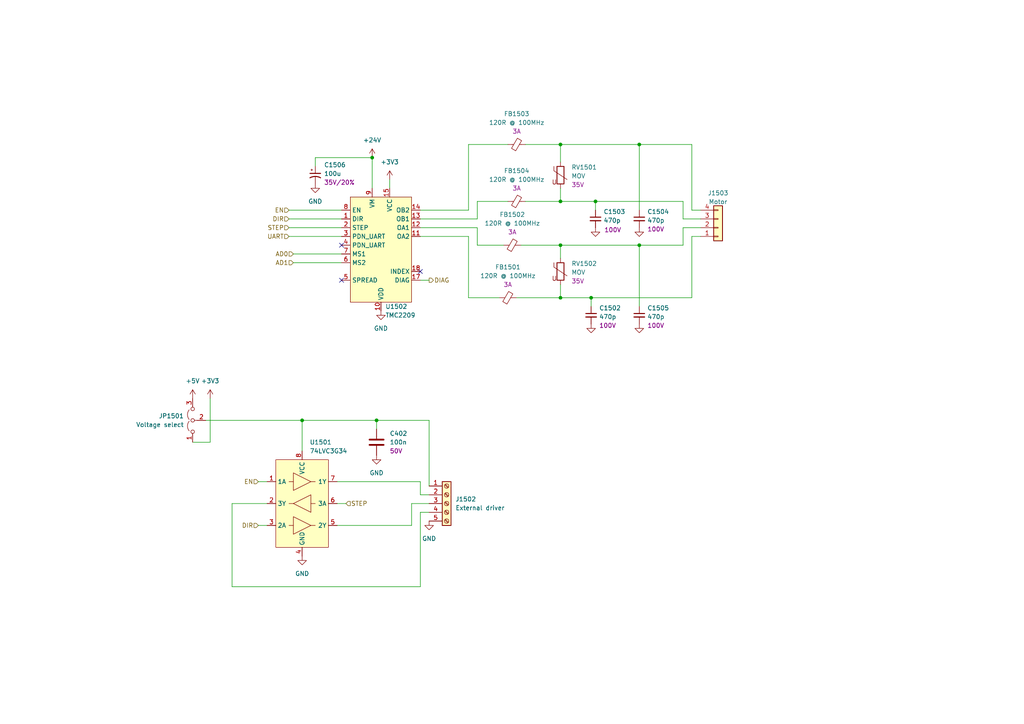
<source format=kicad_sch>
(kicad_sch (version 20230121) (generator eeschema)
  (paper "A4")
  (lib_symbols
    (symbol "Connector:Screw_Terminal_01x05" (pin_names (offset 1.016) hide)
      (property "Reference" "J" (at 0 7.62 0))
      (property "Value" "Screw_Terminal_01x05" (at 0 -7.62 0))
      (symbol "Screw_Terminal_01x05_1_1"
        (rectangle (start -1.27 6.35) (end 1.27 -6.35) (stroke (width 0.254)) (fill (type background)))
        (circle (center 0 -5.08) (radius 0.635) (stroke (width 0.1524)))
        (circle (center 0 -2.54) (radius 0.635) (stroke (width 0.1524)))
        (polyline (pts (xy -0.5334 -4.7498) (xy 0.3302 -5.588)) (stroke (width 0.1524)))
        (polyline (pts (xy -0.5334 -2.2098) (xy 0.3302 -3.048)) (stroke (width 0.1524)))
        (polyline (pts (xy -0.5334 0.3302) (xy 0.3302 -0.508)) (stroke (width 0.1524)))
        (polyline (pts (xy -0.5334 2.8702) (xy 0.3302 2.032)) (stroke (width 0.1524)))
        (polyline (pts (xy -0.5334 5.4102) (xy 0.3302 4.572)) (stroke (width 0.1524)))
        (polyline (pts (xy -0.3556 -4.572) (xy 0.508 -5.4102)) (stroke (width 0.1524)))
        (polyline (pts (xy -0.3556 -2.032) (xy 0.508 -2.8702)) (stroke (width 0.1524)))
        (polyline (pts (xy -0.3556 0.508) (xy 0.508 -0.3302)) (stroke (width 0.1524)))
        (polyline (pts (xy -0.3556 3.048) (xy 0.508 2.2098)) (stroke (width 0.1524)))
        (polyline (pts (xy -0.3556 5.588) (xy 0.508 4.7498)) (stroke (width 0.1524)))
        (circle (center 0 0) (radius 0.635) (stroke (width 0.1524)))
        (circle (center 0 2.54) (radius 0.635) (stroke (width 0.1524)))
        (circle (center 0 5.08) (radius 0.635) (stroke (width 0.1524)))
        (pin passive line (at -5.08 5.08 0) (length 3.81) (name "Pin_1") (number "1"))
        (pin passive line (at -5.08 2.54 0) (length 3.81) (name "Pin_2") (number "2"))
        (pin passive line (at -5.08 0 0) (length 3.81) (name "Pin_3") (number "3"))
        (pin passive line (at -5.08 -2.54 0) (length 3.81) (name "Pin_4") (number "4"))
        (pin passive line (at -5.08 -5.08 0) (length 3.81) (name "Pin_5") (number "5"))
      )
    )
    (symbol "Connector_Generic:Conn_01x04" (pin_names (offset 1.016) hide)
      (property "Reference" "J" (at 0 5.08 0))
      (property "Value" "Conn_01x04" (at 0 -7.62 0))
      (symbol "Conn_01x04_1_1"
        (rectangle (start -1.27 -4.953) (end 0 -5.207) (stroke (width 0.1524)))
        (rectangle (start -1.27 -2.413) (end 0 -2.667) (stroke (width 0.1524)))
        (rectangle (start -1.27 0.127) (end 0 -0.127) (stroke (width 0.1524)))
        (rectangle (start -1.27 2.667) (end 0 2.413) (stroke (width 0.1524)))
        (rectangle (start -1.27 3.81) (end 1.27 -6.35) (stroke (width 0.254)) (fill (type background)))
        (pin passive line (at -5.08 2.54 0) (length 3.81) (name "Pin_1") (number "1"))
        (pin passive line (at -5.08 0 0) (length 3.81) (name "Pin_2") (number "2"))
        (pin passive line (at -5.08 -2.54 0) (length 3.81) (name "Pin_3") (number "3"))
        (pin passive line (at -5.08 -5.08 0) (length 3.81) (name "Pin_4") (number "4"))
      )
    )
    (symbol "Device:C" (pin_numbers hide) (pin_names (offset 0.254))
      (property "Reference" "C" (at 0.635 2.54 0))
      (property "Value" "C" (at 0.635 -2.54 0))
      (symbol "C_0_1"
        (polyline (pts (xy -2.032 -0.762) (xy 2.032 -0.762)) (stroke (width 0.508)))
        (polyline (pts (xy -2.032 0.762) (xy 2.032 0.762)) (stroke (width 0.508)))
      )
      (symbol "C_1_1"
        (pin passive line (at 0 3.81 270) (length 2.794) (name "~") (number "1"))
        (pin passive line (at 0 -3.81 90) (length 2.794) (name "~") (number "2"))
      )
    )
    (symbol "Device:C_Polarized_Small_US" (pin_numbers hide) (pin_names (offset 0.254) hide)
      (property "Reference" "C" (at 0.254 1.778 0))
      (property "Value" "C_Polarized_Small_US" (at 0.254 -2.032 0))
      (symbol "C_Polarized_Small_US_0_1"
        (polyline (pts (xy -1.524 0.508) (xy 1.524 0.508)) (stroke (width 0.3048)))
        (polyline (pts (xy -1.27 1.524) (xy -0.762 1.524)))
        (polyline (pts (xy -1.016 1.27) (xy -1.016 1.778)))
        (arc (start 1.524 -0.762) (mid 0 -0.3734) (end -1.524 -0.762) (stroke (width 0.3048)))
      )
      (symbol "C_Polarized_Small_US_1_1"
        (pin passive line (at 0 2.54 270) (length 2.032) (name "~") (number "1"))
        (pin passive line (at 0 -2.54 90) (length 2.032) (name "~") (number "2"))
      )
    )
    (symbol "Device:C_Small" (pin_numbers hide) (pin_names (offset 0.254) hide)
      (property "Reference" "C" (at 0.254 1.778 0))
      (property "Value" "C_Small" (at 0.254 -2.032 0))
      (symbol "C_Small_0_1"
        (polyline (pts (xy -1.524 -0.508) (xy 1.524 -0.508)) (stroke (width 0.3302)))
        (polyline (pts (xy -1.524 0.508) (xy 1.524 0.508)) (stroke (width 0.3048)))
      )
      (symbol "C_Small_1_1"
        (pin passive line (at 0 2.54 270) (length 2.032) (name "~") (number "1"))
        (pin passive line (at 0 -2.54 90) (length 2.032) (name "~") (number "2"))
      )
    )
    (symbol "Device:FerriteBead_Small" (pin_numbers hide) (pin_names (offset 0))
      (property "Reference" "FB" (at 1.905 1.27 0))
      (property "Value" "FerriteBead_Small" (at 1.905 -1.27 0))
      (symbol "FerriteBead_Small_0_1"
        (polyline (pts (xy 0 -1.27) (xy 0 -0.7874)))
        (polyline (pts (xy 0 0.889) (xy 0 1.2954)))
        (polyline (pts (xy -1.8288 0.2794) (xy -1.1176 1.4986) (xy 1.8288 -0.2032) (xy 1.1176 -1.4224) (xy -1.8288 0.2794)))
      )
      (symbol "FerriteBead_Small_1_1"
        (pin passive line (at 0 2.54 270) (length 1.27) (name "~") (number "1"))
        (pin passive line (at 0 -2.54 90) (length 1.27) (name "~") (number "2"))
      )
    )
    (symbol "Device:Varistor" (pin_numbers hide) (pin_names (offset 0))
      (property "Reference" "RV" (at 3.175 0 90))
      (property "Value" "Varistor" (at -3.175 0 90))
      (symbol "Varistor_0_0"
        (text "U" (at -1.778 -2.032 0) (effects (font (size 1.27 1.27))))
      )
      (symbol "Varistor_0_1"
        (rectangle (start -1.016 -2.54) (end 1.016 2.54) (stroke (width 0.254)))
        (polyline (pts (xy -1.905 2.54) (xy -1.905 1.27) (xy 1.905 -1.27)))
      )
      (symbol "Varistor_1_1"
        (pin passive line (at 0 3.81 270) (length 1.27) (name "~") (number "1"))
        (pin passive line (at 0 -3.81 90) (length 1.27) (name "~") (number "2"))
      )
    )
    (symbol "Droid:74LVC3G34"
      (property "Reference" "U" (at 2.54 -13.97 0))
      (property "Value" "74LVC3G34" (at 2.54 -16.51 0))
      (symbol "74LVC3G34_0_0"
        (pin input line (at -10.16 6.35 0) (length 2.54) (name "1A") (number "1"))
        (pin input line (at -10.16 -6.35 0) (length 2.54) (name "2A") (number "3"))
      )
      (symbol "74LVC3G34_0_1"
        (rectangle (start -7.62 12.7) (end 7.62 -12.7) (fill (type background)))
        (polyline (pts (xy -2.54 -6.35) (xy -3.81 -6.35)))
        (polyline (pts (xy -2.54 0) (xy -3.81 0)))
        (polyline (pts (xy -2.54 6.35) (xy -3.81 6.35)))
        (polyline (pts (xy 2.54 -6.35) (xy 3.81 -6.35)))
        (polyline (pts (xy 2.54 0) (xy 3.81 0)))
        (polyline (pts (xy 2.54 6.35) (xy 3.81 6.35)))
        (polyline (pts (xy -2.54 -7.62) (xy -2.54 -3.81) (xy 2.54 -6.35) (xy -2.54 -8.89) (xy -2.54 -7.62)))
        (polyline (pts (xy -2.54 5.08) (xy -2.54 8.89) (xy 2.54 6.35) (xy -2.54 3.81) (xy -2.54 5.08)))
        (polyline (pts (xy 2.54 1.27) (xy 2.54 -2.54) (xy -2.54 0) (xy 2.54 2.54) (xy 2.54 1.27)))
      )
      (symbol "74LVC3G34_1_0"
        (pin output line (at -10.16 0 0) (length 2.54) (name "3Y") (number "2"))
        (pin power_in line (at 0 -15.24 90) (length 2.54) (name "GND") (number "4"))
        (pin output line (at 10.16 -6.35 180) (length 2.54) (name "2Y") (number "5"))
        (pin input line (at 10.16 0 180) (length 2.54) (name "3A") (number "6"))
        (pin output line (at 10.16 6.35 180) (length 2.54) (name "1Y") (number "7"))
        (pin power_in line (at 0 15.24 270) (length 2.54) (name "VCC") (number "8"))
      )
    )
    (symbol "Droid:TMC2209_Breakout"
      (property "Reference" "U" (at 1.27 -16.51 0))
      (property "Value" "TMC2209" (at 1.27 -19.05 0))
      (symbol "TMC2209_Breakout_1_1"
        (rectangle (start -8.89 15.24) (end 8.89 -15.24) (fill (type background)))
        (pin input line (at -11.43 8.89 0) (length 2.54) (name "DIR") (number "1"))
        (pin power_in line (at 0 -17.78 90) (length 2.54) (name "VDD") (number "10"))
        (pin output line (at 11.43 3.81 180) (length 2.54) (name "OA2") (number "11"))
        (pin output line (at 11.43 6.35 180) (length 2.54) (name "OA1") (number "12"))
        (pin output line (at 11.43 8.89 180) (length 2.54) (name "OB1") (number "13"))
        (pin output line (at 11.43 11.43 180) (length 2.54) (name "OB2") (number "14"))
        (pin power_in line (at 2.54 17.78 270) (length 2.54) (name "VCC") (number "15"))
        (pin power_in line (at 0 -17.78 90) (length 2.54) hide (name "VDD") (number "16"))
        (pin output line (at 11.43 -8.89 180) (length 2.54) (name "DIAG") (number "17"))
        (pin output line (at 11.43 -6.35 180) (length 2.54) (name "INDEX") (number "18"))
        (pin input line (at -11.43 6.35 0) (length 2.54) (name "STEP") (number "2"))
        (pin input line (at -11.43 3.81 0) (length 2.54) (name "PDN_UART") (number "3"))
        (pin input line (at -11.43 1.27 0) (length 2.54) (name "PDN_UART") (number "4"))
        (pin input line (at -11.43 -8.89 0) (length 2.54) (name "SPREAD") (number "5"))
        (pin input line (at -11.43 -3.81 0) (length 2.54) (name "MS2") (number "6"))
        (pin input line (at -11.43 -1.27 0) (length 2.54) (name "MS1") (number "7"))
        (pin input line (at -11.43 11.43 0) (length 2.54) (name "EN") (number "8"))
        (pin power_in line (at -2.54 17.78 270) (length 2.54) (name "VM") (number "9"))
      )
    )
    (symbol "Jumper:Jumper_3_Open" (pin_names (offset 0) hide)
      (property "Reference" "JP" (at -2.54 -2.54 0))
      (property "Value" "Jumper_3_Open" (at 0 2.794 0))
      (symbol "Jumper_3_Open_0_0"
        (circle (center -3.302 0) (radius 0.508))
        (circle (center 0 0) (radius 0.508))
        (circle (center 3.302 0) (radius 0.508))
      )
      (symbol "Jumper_3_Open_0_1"
        (arc (start -0.254 1.016) (mid -1.651 1.4992) (end -3.048 1.016))
        (polyline (pts (xy 0 -0.508) (xy 0 -1.27)))
        (arc (start 3.048 1.016) (mid 1.651 1.4992) (end 0.254 1.016))
      )
      (symbol "Jumper_3_Open_1_1"
        (pin passive line (at -6.35 0 0) (length 2.54) (name "A") (number "1"))
        (pin passive line (at 0 -3.81 90) (length 2.54) (name "C") (number "2"))
        (pin passive line (at 6.35 0 180) (length 2.54) (name "B") (number "3"))
      )
    )
    (symbol "power:+24V" (power) (pin_names (offset 0))
      (property "Value" "+24V" (at 0 3.556 0))
      (symbol "+24V_0_1"
        (polyline (pts (xy -0.762 1.27) (xy 0 2.54)))
        (polyline (pts (xy 0 0) (xy 0 2.54)))
        (polyline (pts (xy 0 2.54) (xy 0.762 1.27)))
      )
      (symbol "+24V_1_1"
        (pin power_in line (at 0 0 90) (length 0) hide (name "+24V") (number "1"))
      )
    )
    (symbol "power:+3V3" (power) (pin_names (offset 0))
      (property "Value" "+3V3" (at 0 3.556 0))
      (symbol "+3V3_0_1"
        (polyline (pts (xy -0.762 1.27) (xy 0 2.54)))
        (polyline (pts (xy 0 0) (xy 0 2.54)))
        (polyline (pts (xy 0 2.54) (xy 0.762 1.27)))
      )
      (symbol "+3V3_1_1"
        (pin power_in line (at 0 0 90) (length 0) hide (name "+3V3") (number "1"))
      )
    )
    (symbol "power:+5V" (power) (pin_names (offset 0))
      (property "Value" "+5V" (at 0 3.556 0))
      (symbol "+5V_0_1"
        (polyline (pts (xy -0.762 1.27) (xy 0 2.54)))
        (polyline (pts (xy 0 0) (xy 0 2.54)))
        (polyline (pts (xy 0 2.54) (xy 0.762 1.27)))
      )
      (symbol "+5V_1_1"
        (pin power_in line (at 0 0 90) (length 0) hide (name "+5V") (number "1"))
      )
    )
    (symbol "power:GND" (power) (pin_names (offset 0))
      (property "Value" "GND" (at 0 -3.81 0))
      (symbol "GND_0_1"
        (polyline (pts (xy 0 0) (xy 0 -1.27) (xy 1.27 -1.27) (xy 0 -2.54) (xy -1.27 -1.27) (xy 0 -1.27)))
      )
      (symbol "GND_1_1"
        (pin power_in line (at 0 0 270) (length 0) hide (name "GND") (number "1"))
      )
    )
  )
  (junction (at 172.72 58.42))
  (junction (at 162.56 71.12))
  (junction (at 87.63 121.92))
  (junction (at 171.45 86.36))
  (junction (at 162.56 58.42))
  (junction (at 162.56 41.91))
  (junction (at 107.95 45.72))
  (junction (at 185.42 41.91))
  (junction (at 185.42 71.12))
  (junction (at 109.22 121.92))
  (junction (at 162.56 86.36))
  (no_connect (at 121.92 78.74))
  (no_connect (at 99.06 71.12))
  (no_connect (at 99.06 81.28))
  (wire (pts (xy 121.92 139.7) (xy 121.92 143.51)))
  (wire (pts (xy 162.56 58.42) (xy 172.72 58.42)))
  (wire (pts (xy 67.31 170.18) (xy 121.92 170.18)))
  (wire (pts (xy 200.66 86.36) (xy 171.45 86.36)))
  (wire (pts (xy 203.2 68.58) (xy 200.66 68.58)))
  (wire (pts (xy 171.45 86.36) (xy 171.45 88.9)))
  (wire (pts (xy 124.46 140.97) (xy 124.46 121.92)))
  (wire (pts (xy 162.56 82.55) (xy 162.56 86.36)))
  (wire (pts (xy 135.89 60.96) (xy 135.89 41.91)))
  (wire (pts (xy 91.44 48.26) (xy 91.44 45.72)))
  (wire (pts (xy 138.43 63.5) (xy 138.43 58.42)))
  (wire (pts (xy 121.92 170.18) (xy 121.92 148.59)))
  (wire (pts (xy 83.82 66.04) (xy 99.06 66.04)))
  (wire (pts (xy 162.56 41.91) (xy 185.42 41.91)))
  (wire (pts (xy 55.88 128.27) (xy 60.96 128.27)))
  (wire (pts (xy 162.56 86.36) (xy 171.45 86.36)))
  (wire (pts (xy 203.2 60.96) (xy 200.66 60.96)))
  (wire (pts (xy 198.12 66.04) (xy 203.2 66.04)))
  (wire (pts (xy 83.82 68.58) (xy 99.06 68.58)))
  (wire (pts (xy 60.96 128.27) (xy 60.96 115.57)))
  (wire (pts (xy 97.79 146.05) (xy 100.33 146.05)))
  (wire (pts (xy 121.92 68.58) (xy 135.89 68.58)))
  (wire (pts (xy 109.22 121.92) (xy 87.63 121.92)))
  (wire (pts (xy 97.79 152.4) (xy 119.38 152.4)))
  (wire (pts (xy 200.66 60.96) (xy 200.66 41.91)))
  (wire (pts (xy 162.56 71.12) (xy 162.56 74.93)))
  (wire (pts (xy 119.38 152.4) (xy 119.38 146.05)))
  (wire (pts (xy 147.32 58.42) (xy 138.43 58.42)))
  (wire (pts (xy 83.82 63.5) (xy 99.06 63.5)))
  (wire (pts (xy 109.22 124.46) (xy 109.22 121.92)))
  (wire (pts (xy 200.66 68.58) (xy 200.66 86.36)))
  (wire (pts (xy 185.42 41.91) (xy 185.42 60.96)))
  (wire (pts (xy 124.46 121.92) (xy 109.22 121.92)))
  (wire (pts (xy 162.56 54.61) (xy 162.56 58.42)))
  (wire (pts (xy 198.12 63.5) (xy 203.2 63.5)))
  (wire (pts (xy 85.09 73.66) (xy 99.06 73.66)))
  (wire (pts (xy 198.12 71.12) (xy 198.12 66.04)))
  (wire (pts (xy 59.69 121.92) (xy 87.63 121.92)))
  (wire (pts (xy 185.42 71.12) (xy 185.42 88.9)))
  (wire (pts (xy 119.38 146.05) (xy 124.46 146.05)))
  (wire (pts (xy 185.42 41.91) (xy 200.66 41.91)))
  (wire (pts (xy 198.12 58.42) (xy 198.12 63.5)))
  (wire (pts (xy 162.56 41.91) (xy 162.56 46.99)))
  (wire (pts (xy 121.92 60.96) (xy 135.89 60.96)))
  (wire (pts (xy 152.4 58.42) (xy 162.56 58.42)))
  (wire (pts (xy 138.43 66.04) (xy 138.43 71.12)))
  (wire (pts (xy 149.86 86.36) (xy 162.56 86.36)))
  (wire (pts (xy 152.4 41.91) (xy 162.56 41.91)))
  (wire (pts (xy 135.89 41.91) (xy 147.32 41.91)))
  (wire (pts (xy 172.72 58.42) (xy 172.72 60.96)))
  (wire (pts (xy 85.09 76.2) (xy 99.06 76.2)))
  (wire (pts (xy 121.92 66.04) (xy 138.43 66.04)))
  (wire (pts (xy 172.72 58.42) (xy 198.12 58.42)))
  (wire (pts (xy 121.92 81.28) (xy 124.46 81.28)))
  (wire (pts (xy 87.63 121.92) (xy 87.63 130.81)))
  (wire (pts (xy 121.92 143.51) (xy 124.46 143.51)))
  (wire (pts (xy 77.47 146.05) (xy 67.31 146.05)))
  (wire (pts (xy 107.95 45.72) (xy 107.95 54.61)))
  (wire (pts (xy 135.89 86.36) (xy 144.78 86.36)))
  (wire (pts (xy 97.79 139.7) (xy 121.92 139.7)))
  (wire (pts (xy 83.82 60.96) (xy 99.06 60.96)))
  (wire (pts (xy 151.13 71.12) (xy 162.56 71.12)))
  (wire (pts (xy 135.89 68.58) (xy 135.89 86.36)))
  (wire (pts (xy 113.03 52.07) (xy 113.03 54.61)))
  (wire (pts (xy 185.42 71.12) (xy 198.12 71.12)))
  (wire (pts (xy 121.92 63.5) (xy 138.43 63.5)))
  (wire (pts (xy 121.92 148.59) (xy 124.46 148.59)))
  (wire (pts (xy 67.31 146.05) (xy 67.31 170.18)))
  (wire (pts (xy 91.44 45.72) (xy 107.95 45.72)))
  (wire (pts (xy 74.93 139.7) (xy 77.47 139.7)))
  (wire (pts (xy 146.05 71.12) (xy 138.43 71.12)))
  (wire (pts (xy 162.56 71.12) (xy 185.42 71.12)))
  (wire (pts (xy 74.93 152.4) (xy 77.47 152.4)))
  (hierarchical_label "EN" (shape input) (at 83.82 60.96 180))
  (hierarchical_label "STEP" (shape input) (at 83.82 66.04 180))
  (hierarchical_label "EN" (shape input) (at 74.93 139.7 180))
  (hierarchical_label "DIR" (shape input) (at 74.93 152.4 180))
  (hierarchical_label "AD0" (shape input) (at 85.09 73.66 180))
  (hierarchical_label "UART" (shape input) (at 83.82 68.58 180))
  (hierarchical_label "DIAG" (shape output) (at 124.46 81.28 0))
  (hierarchical_label "STEP" (shape input) (at 100.33 146.05 0))
  (hierarchical_label "DIR" (shape input) (at 83.82 63.5 180))
  (hierarchical_label "AD1" (shape input) (at 85.09 76.2 180))
  (symbol (lib_id "Device:FerriteBead_Small") (at 148.59 71.12 90) (unit 1)
    (property "Reference" "FB1502" (at 148.59 62.23 90))
    (property "Value" "120R @ 100MHz" (at 148.59 64.77 90))
    (property "Footprint" "Droid:L_0603_HandSolder" (effects hide))
    (property "Datasheet" "https://www.murata.com/products/productdata/8796738650142/ENFA0003.pdf" (effects hide))
    (property "Rating" "3A" (at 148.59 67.31 90))
    (property "mpn" "BLM18KG121TN1D" (effects hide))
    (instances (project "movertron" (path "" (reference "FB1502") (unit 1)) (path "" (reference "FB1602") (unit 1)) (path "" (reference "FB1702") (unit 1))) (project "starfish" (path "" (reference "FB1403") (unit 1)) (path "" (reference "FB1503") (unit 1)) (path "" (reference "FB1603") (unit 1))))
  )
  (symbol (lib_id "power:GND") (at 172.72 66.04 0) (unit 1)
    (property "Reference" "#PWR01510" (effects hide))
    (property "Value" "GND" (effects hide))
    (instances (project "movertron" (path "" (reference "#PWR01510") (unit 1)) (path "" (reference "#PWR01610") (unit 1)) (path "" (reference "#PWR01710") (unit 1))) (project "starfish" (path "" (reference "#PWR01406") (unit 1)) (path "" (reference "#PWR01506") (unit 1)) (path "" (reference "#PWR01606") (unit 1))))
  )
  (symbol (lib_id "power:GND") (at 124.46 151.13 0) (unit 1)
    (property "Reference" "#PWR01508" (effects hide))
    (property "Value" "GND" (at 124.46 156.21 0))
    (instances (project "movertron" (path "" (reference "#PWR01508") (unit 1)) (path "" (reference "#PWR01608") (unit 1)) (path "" (reference "#PWR01708") (unit 1))))
  )
  (symbol (lib_id "Connector_Generic:Conn_01x04") (at 208.28 66.04 0) (mirror x) (unit 1)
    (property "Reference" "J1503" (at 208.28 55.9902 0))
    (property "Value" "Motor" (at 208.28 58.5271 0))
    (property "Footprint" "Droid:JST_XH_B4B-XH-AM_1x04_P2.50mm_Vertical" (effects hide))
    (property "mpn" "B4B-XH-AM" (effects hide))
    (instances (project "movertron" (path "" (reference "J1503") (unit 1)) (path "" (reference "J1603") (unit 1)) (path "" (reference "J1703") (unit 1))) (project "starfish" (path "" (reference "J1401") (unit 1)) (path "" (reference "J1501") (unit 1)) (path "" (reference "J1601") (unit 1))))
  )
  (symbol (lib_id "power:GND") (at 110.49 90.17 0) (unit 1)
    (property "Reference" "#PWR01506" (effects hide))
    (property "Value" "GND" (at 110.49 95.25 0))
    (instances (project "movertron" (path "" (reference "#PWR01506") (unit 1)) (path "" (reference "#PWR01606") (unit 1)) (path "" (reference "#PWR01706") (unit 1))))
  )
  (symbol (lib_id "Device:FerriteBead_Small") (at 147.32 86.36 90) (unit 1)
    (property "Reference" "FB1501" (at 147.32 77.47 90))
    (property "Value" "120R @ 100MHz" (at 147.32 80.01 90))
    (property "Footprint" "Droid:L_0603_HandSolder" (effects hide))
    (property "Datasheet" "https://www.murata.com/products/productdata/8796738650142/ENFA0003.pdf" (effects hide))
    (property "Rating" "3A" (at 147.2819 82.55 90))
    (property "mpn" "BLM18KG121TN1D" (effects hide))
    (instances (project "movertron" (path "" (reference "FB1501") (unit 1)) (path "" (reference "FB1601") (unit 1)) (path "" (reference "FB1701") (unit 1))) (project "starfish" (path "" (reference "FB1404") (unit 1)) (path "" (reference "FB1504") (unit 1)) (path "" (reference "FB1604") (unit 1))))
  )
  (symbol (lib_id "Device:C_Small") (at 185.42 63.5 0) (unit 1)
    (property "Reference" "C1504" (at 187.7441 61.4032 0) (effects (justify left)))
    (property "Value" "470p" (at 187.7441 63.9401 0) (effects (justify left)))
    (property "Footprint" "Droid:C_0603_HandSolder" (effects hide))
    (property "Rating" "100V" (at 187.7441 66.477 0) (effects (justify left)))
    (property "mpn" "885342006005" (effects hide))
    (instances (project "movertron" (path "" (reference "C1504") (unit 1)) (path "" (reference "C1604") (unit 1)) (path "" (reference "C1704") (unit 1))) (project "starfish" (path "" (reference "C1409") (unit 1)) (path "" (reference "C1509") (unit 1)) (path "" (reference "C1609") (unit 1))))
  )
  (symbol (lib_id "power:+3V3") (at 113.03 52.07 0) (unit 1)
    (property "Reference" "#PWR01507" (effects hide))
    (property "Value" "+3V3" (at 113.03 46.99 0))
    (instances (project "movertron" (path "" (reference "#PWR01507") (unit 1)) (path "" (reference "#PWR01607") (unit 1)) (path "" (reference "#PWR01707") (unit 1))))
  )
  (symbol (lib_id "Device:FerriteBead_Small") (at 149.86 58.42 90) (unit 1)
    (property "Reference" "FB1504" (at 149.86 49.53 90))
    (property "Value" "120R @ 100MHz" (at 149.86 52.07 90))
    (property "Footprint" "Droid:L_0603_HandSolder" (effects hide))
    (property "Datasheet" "https://www.murata.com/products/productdata/8796738650142/ENFA0003.pdf" (effects hide))
    (property "Rating" "3A" (at 149.86 54.61 90))
    (property "mpn" "BLM18KG121TN1D" (effects hide))
    (instances (project "movertron" (path "" (reference "FB1504") (unit 1)) (path "" (reference "FB1604") (unit 1)) (path "" (reference "FB1704") (unit 1))) (project "starfish" (path "" (reference "FB1402") (unit 1)) (path "" (reference "FB1502") (unit 1)) (path "" (reference "FB1602") (unit 1))))
  )
  (symbol (lib_id "power:GND") (at 171.45 93.98 0) (unit 1)
    (property "Reference" "#PWR01509" (effects hide))
    (property "Value" "GND" (effects hide))
    (instances (project "movertron" (path "" (reference "#PWR01509") (unit 1)) (path "" (reference "#PWR01609") (unit 1)) (path "" (reference "#PWR01709") (unit 1))) (project "starfish" (path "" (reference "#PWR01407") (unit 1)) (path "" (reference "#PWR01507") (unit 1)) (path "" (reference "#PWR01607") (unit 1))))
  )
  (symbol (lib_id "Device:Varistor") (at 162.56 78.74 0) (unit 1)
    (property "Reference" "RV1502" (at 165.735 76.4531 0) (effects (justify left)))
    (property "Value" "MOV" (at 165.735 78.9931 0) (effects (justify left)))
    (property "Footprint" "Droid:R_0603_HandSolder" (effects hide))
    (property "mpn" "B72500D0300H060" (effects hide))
    (property "Rating" "35V" (at 165.735 81.5331 0) (effects (justify left)))
    (property "Sim.Name" "kicad_builtin_varistor" (effects hide))
    (property "Sim.Device" "SUBCKT" (effects hide))
    (property "Sim.Pins" "1=A 2=B" (effects hide))
    (property "Sim.Params" "threshold=1k" (effects hide))
    (property "Sim.Library" "${KICAD7_SYMBOL_DIR}/Simulation_SPICE.sp" (effects hide))
    (instances (project "movertron" (path "" (reference "RV1502") (unit 1)) (path "" (reference "RV1602") (unit 1)) (path "" (reference "RV1702") (unit 1))) (project "starfish" (path "" (reference "RV1402") (unit 1)) (path "" (reference "RV1502") (unit 1)) (path "" (reference "RV1602") (unit 1))))
  )
  (symbol (lib_id "Jumper:Jumper_3_Open") (at 55.88 121.92 90) (unit 1)
    (property "Reference" "JP1501" (at 53.34 120.65 90) (effects (justify left)))
    (property "Value" "Voltage select" (at 53.34 123.19 90) (effects (justify left)))
    (property "Footprint" "Connector_PinHeader_2.54mm:PinHeader_1x03_P2.54mm_Vertical" (effects hide))
    (instances (project "movertron" (path "" (reference "JP1501") (unit 1)) (path "" (reference "JP1601") (unit 1)) (path "" (reference "JP1701") (unit 1))))
  )
  (symbol (lib_id "power:+24V") (at 107.95 45.72 0) (unit 1)
    (property "Reference" "#PWR01504" (effects hide))
    (property "Value" "+24V" (at 107.95 40.64 0))
    (instances (project "movertron" (path "" (reference "#PWR01504") (unit 1)) (path "" (reference "#PWR01604") (unit 1)) (path "" (reference "#PWR01704") (unit 1))))
  )
  (symbol (lib_id "Device:C_Small") (at 185.42 91.44 0) (unit 1)
    (property "Reference" "C1505" (at 187.7441 89.3432 0) (effects (justify left)))
    (property "Value" "470p" (at 187.7441 91.8801 0) (effects (justify left)))
    (property "Footprint" "Droid:C_0603_HandSolder" (effects hide))
    (property "Rating" "100V" (at 187.7441 94.417 0) (effects (justify left)))
    (property "mpn" "885342006005" (effects hide))
    (instances (project "movertron" (path "" (reference "C1505") (unit 1)) (path "" (reference "C1605") (unit 1)) (path "" (reference "C1705") (unit 1))) (project "starfish" (path "" (reference "C1410") (unit 1)) (path "" (reference "C1510") (unit 1)) (path "" (reference "C1610") (unit 1))))
  )
  (symbol (lib_id "power:GND") (at 87.63 161.29 0) (unit 1)
    (property "Reference" "#PWR01503" (effects hide))
    (property "Value" "GND" (at 87.63 166.37 0))
    (instances (project "movertron" (path "" (reference "#PWR01503") (unit 1)) (path "" (reference "#PWR01603") (unit 1)) (path "" (reference "#PWR01703") (unit 1))))
  )
  (symbol (lib_id "Device:FerriteBead_Small") (at 149.86 41.91 90) (unit 1)
    (property "Reference" "FB1503" (at 149.86 33.02 90))
    (property "Value" "120R @ 100MHz" (at 149.86 35.56 90))
    (property "Footprint" "Droid:L_0603_HandSolder" (effects hide))
    (property "Datasheet" "https://www.murata.com/products/productdata/8796738650142/ENFA0003.pdf" (effects hide))
    (property "Rating" "3A" (at 149.86 38.1 90))
    (property "mpn" "BLM18KG121TN1D" (effects hide))
    (instances (project "movertron" (path "" (reference "FB1503") (unit 1)) (path "" (reference "FB1603") (unit 1)) (path "" (reference "FB1703") (unit 1))) (project "starfish" (path "" (reference "FB1401") (unit 1)) (path "" (reference "FB1501") (unit 1)) (path "" (reference "FB1601") (unit 1))))
  )
  (symbol (lib_id "Device:C_Small") (at 172.72 63.5 0) (unit 1)
    (property "Reference" "C1503" (at 175.0441 61.4032 0) (effects (justify left)))
    (property "Value" "470p" (at 175.0441 63.9401 0) (effects (justify left)))
    (property "Footprint" "Droid:C_0603_HandSolder" (effects hide))
    (property "Rating" "100V" (at 175.26 66.675 0) (effects (justify left)))
    (property "mpn" "885342006005" (effects hide))
    (instances (project "movertron" (path "" (reference "C1503") (unit 1)) (path "" (reference "C1603") (unit 1)) (path "" (reference "C1703") (unit 1))) (project "starfish" (path "" (reference "C1407") (unit 1)) (path "" (reference "C1507") (unit 1)) (path "" (reference "C1607") (unit 1))))
  )
  (symbol (lib_id "power:+5V") (at 55.88 115.57 0) (unit 1)
    (property "Reference" "#PWR01501" (effects hide))
    (property "Value" "+5V" (at 55.88 110.49 0))
    (instances (project "movertron" (path "" (reference "#PWR01501") (unit 1)) (path "" (reference "#PWR01601") (unit 1)) (path "" (reference "#PWR01701") (unit 1))))
  )
  (symbol (lib_id "power:GND") (at 91.44 53.34 0) (unit 1)
    (property "Reference" "#PWR01513" (effects hide))
    (property "Value" "GND" (at 91.44 58.42 0))
    (instances (project "movertron" (path "" (reference "#PWR01513") (unit 1)) (path "" (reference "#PWR01613") (unit 1)) (path "" (reference "#PWR01713") (unit 1))))
  )
  (symbol (lib_id "power:+3V3") (at 60.96 115.57 0) (unit 1)
    (property "Reference" "#PWR01502" (effects hide))
    (property "Value" "+3V3" (at 60.96 110.49 0))
    (instances (project "movertron" (path "" (reference "#PWR01502") (unit 1)) (path "" (reference "#PWR01602") (unit 1)) (path "" (reference "#PWR01702") (unit 1))))
  )
  (symbol (lib_id "power:GND") (at 109.22 132.08 0) (unit 1)
    (property "Reference" "#PWR01505" (effects hide))
    (property "Value" "GND" (at 109.22 137.16 0))
    (instances (project "movertron" (path "" (reference "#PWR01505") (unit 1)) (path "" (reference "#PWR01605") (unit 1)) (path "" (reference "#PWR01705") (unit 1))))
  )
  (symbol (lib_id "Device:C") (at 109.22 128.27 0) (unit 1)
    (property "Reference" "C402" (at 113.03 125.73 0) (effects (justify left)))
    (property "Value" "100n" (at 113.03 128.27 0) (effects (justify left)))
    (property "Footprint" "Droid:C_0603_HandSolder" (effects hide))
    (property "mpn" "CL10B104KB8NNNC" (effects hide))
    (property "Rating" "50V" (at 113.03 130.81 0) (effects (justify left)))
    (instances (project "movertron" (path "" (reference "C402") (unit 1)) (path "" (reference "C1501") (unit 1)) (path "" (reference "C1601") (unit 1)) (path "" (reference "C1701") (unit 1))))
  )
  (symbol (lib_id "Device:C_Polarized_Small_US") (at 91.44 50.8 0) (unit 1)
    (property "Reference" "C1506" (at 93.98 47.8282 0) (effects (justify left)))
    (property "Value" "100u" (at 93.98 50.3682 0) (effects (justify left)))
    (property "Footprint" "Capacitor_SMD:CP_Elec_6.3x7.7" (effects hide))
    (property "Rating" "35V/20%" (at 93.98 52.9082 0) (effects (justify left)))
    (property "mpn" "EMZR500ARA101MF80G" (effects hide))
    (instances (project "movertron" (path "" (reference "C1506") (unit 1)) (path "" (reference "C1606") (unit 1)) (path "" (reference "C1706") (unit 1))) (project "starfish" (path "" (reference "C1411") (unit 1)) (path "" (reference "C1511") (unit 1)) (path "" (reference "C1611") (unit 1))))
  )
  (symbol (lib_id "Connector:Screw_Terminal_01x05") (at 129.54 146.05 0) (unit 1)
    (property "Reference" "J1502" (at 132.08 144.78 0) (effects (justify left)))
    (property "Value" "External driver" (at 132.08 147.32 0) (effects (justify left)))
    (property "Footprint" "Droid:TerminalBlock_PhoenixContact_5x5mm" (effects hide))
    (property "mpn" "1935190" (effects hide))
    (instances (project "movertron" (path "" (reference "J1502") (unit 1)) (path "" (reference "J1602") (unit 1)) (path "" (reference "J1702") (unit 1))))
  )
  (symbol (lib_id "Droid:74LVC3G34") (at 87.63 146.05 0) (unit 1)
    (property "Reference" "U1501" (at 89.8241 128.27 0) (effects (justify left)))
    (property "Value" "74LVC3G34" (at 89.8241 130.81 0) (effects (justify left)))
    (property "Footprint" "Package_SO:TSSOP-8_3x3mm_P0.65mm" (effects hide))
    (property "Datasheet" "https://www.mouser.de/datasheet/2/916/74LVC3G34-1541779.pdf" (effects hide))
    (property "mpn" "74LVC3G34DP,125" (effects hide))
    (instances (project "movertron" (path "" (reference "U1501") (unit 1)) (path "" (reference "U1601") (unit 1)) (path "" (reference "U1701") (unit 1))))
  )
  (symbol (lib_id "Device:Varistor") (at 162.56 50.8 0) (unit 1)
    (property "Reference" "RV1501" (at 165.735 48.5131 0) (effects (justify left)))
    (property "Value" "MOV" (at 165.735 51.0531 0) (effects (justify left)))
    (property "Footprint" "Droid:R_0603_HandSolder" (effects hide))
    (property "mpn" "B72500D0300H060" (effects hide))
    (property "Rating" "35V" (at 165.735 53.5931 0) (effects (justify left)))
    (property "Sim.Name" "kicad_builtin_varistor" (effects hide))
    (property "Sim.Device" "SUBCKT" (effects hide))
    (property "Sim.Pins" "1=A 2=B" (effects hide))
    (property "Sim.Params" "threshold=1k" (effects hide))
    (property "Sim.Library" "${KICAD7_SYMBOL_DIR}/Simulation_SPICE.sp" (effects hide))
    (instances (project "movertron" (path "" (reference "RV1501") (unit 1)) (path "" (reference "RV1601") (unit 1)) (path "" (reference "RV1701") (unit 1))) (project "starfish" (path "" (reference "RV1401") (unit 1)) (path "" (reference "RV1501") (unit 1)) (path "" (reference "RV1601") (unit 1))))
  )
  (symbol (lib_id "Droid:TMC2209_Breakout") (at 110.49 72.39 0) (unit 1)
    (property "Reference" "U1502" (at 111.76 88.9 0) (effects (justify left)))
    (property "Value" "TMC2209" (at 111.76 91.44 0) (effects (justify left)))
    (property "Footprint" "Droid:TMC2209_Breakout_18_15.2x20.3mm" (effects hide))
    (property "Datasheet" "https://github.com/watterott/SilentStepStick/blob/master/hardware/SilentStepStick-TMC2209_v20.pdf" (effects hide))
    (property "mpn" "TMC2209SILENTSTEPSTICK" (effects hide))
    (instances (project "movertron" (path "" (reference "U1502") (unit 1)) (path "" (reference "U1602") (unit 1)) (path "" (reference "U1702") (unit 1))))
  )
  (symbol (lib_id "power:GND") (at 185.42 93.98 0) (unit 1)
    (property "Reference" "#PWR01512" (effects hide))
    (property "Value" "GND" (effects hide))
    (instances (project "movertron" (path "" (reference "#PWR01512") (unit 1)) (path "" (reference "#PWR01612") (unit 1)) (path "" (reference "#PWR01712") (unit 1))) (project "starfish" (path "" (reference "#PWR01409") (unit 1)) (path "" (reference "#PWR01509") (unit 1)) (path "" (reference "#PWR01609") (unit 1))))
  )
  (symbol (lib_id "power:GND") (at 185.42 66.04 0) (unit 1)
    (property "Reference" "#PWR01511" (effects hide))
    (property "Value" "GND" (effects hide))
    (instances (project "movertron" (path "" (reference "#PWR01511") (unit 1)) (path "" (reference "#PWR01611") (unit 1)) (path "" (reference "#PWR01711") (unit 1))) (project "starfish" (path "" (reference "#PWR01408") (unit 1)) (path "" (reference "#PWR01508") (unit 1)) (path "" (reference "#PWR01608") (unit 1))))
  )
  (symbol (lib_id "Device:C_Small") (at 171.45 91.44 0) (unit 1)
    (property "Reference" "C1502" (at 173.7741 89.3432 0) (effects (justify left)))
    (property "Value" "470p" (at 173.7741 91.8801 0) (effects (justify left)))
    (property "Footprint" "Droid:C_0603_HandSolder" (effects hide))
    (property "Rating" "100V" (at 173.7741 94.417 0) (effects (justify left)))
    (property "mpn" "885342006005" (effects hide))
    (instances (project "movertron" (path "" (reference "C1502") (unit 1)) (path "" (reference "C1602") (unit 1)) (path "" (reference "C1702") (unit 1))) (project "starfish" (path "" (reference "C1408") (unit 1)) (path "" (reference "C1508") (unit 1)) (path "" (reference "C1608") (unit 1))))
  )
)
</source>
